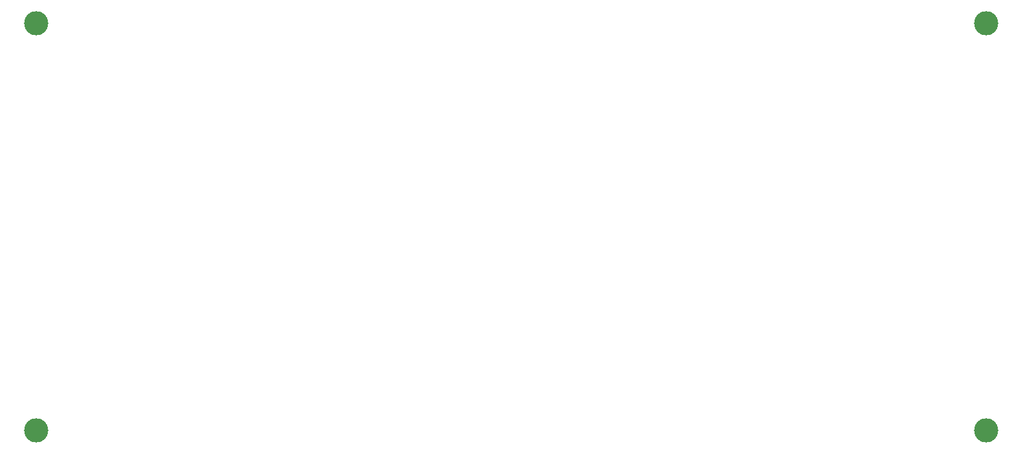
<source format=gbr>
%TF.GenerationSoftware,KiCad,Pcbnew,8.0.7*%
%TF.CreationDate,2025-03-06T08:50:23-05:00*%
%TF.ProjectId,BuckConverter,4275636b-436f-46e7-9665-727465722e6b,rev?*%
%TF.SameCoordinates,Original*%
%TF.FileFunction,NonPlated,1,2,NPTH,Drill*%
%TF.FilePolarity,Positive*%
%FSLAX46Y46*%
G04 Gerber Fmt 4.6, Leading zero omitted, Abs format (unit mm)*
G04 Created by KiCad (PCBNEW 8.0.7) date 2025-03-06 08:50:23*
%MOMM*%
%LPD*%
G01*
G04 APERTURE LIST*
%TA.AperFunction,ComponentDrill*%
%ADD10C,3.175000*%
%TD*%
G04 APERTURE END LIST*
D10*
%TO.C,U2*%
X28448000Y-121666000D03*
X28448000Y-175006000D03*
X152908000Y-121666000D03*
X152908000Y-175006000D03*
M02*

</source>
